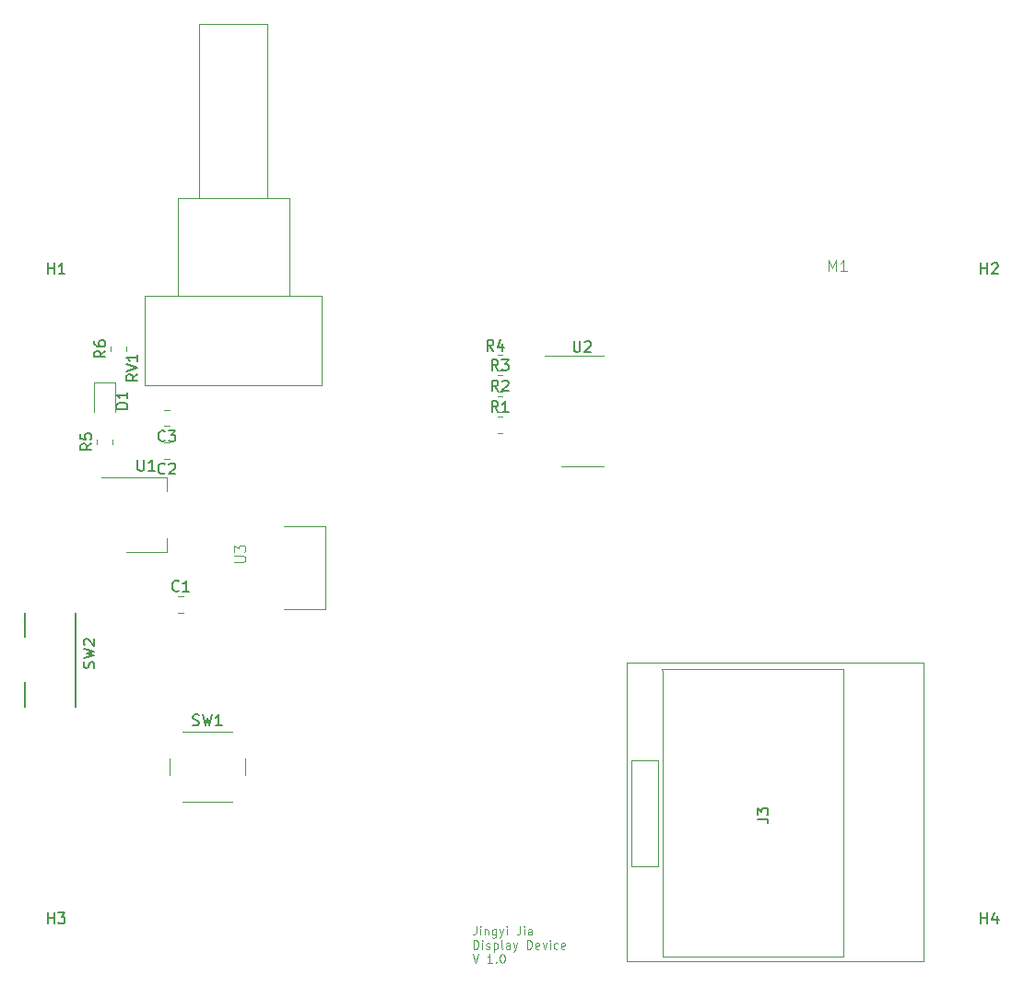
<source format=gbr>
%TF.GenerationSoftware,KiCad,Pcbnew,8.0.0-rc1-67-g7b24167398*%
%TF.CreationDate,2024-01-29T15:53:44-08:00*%
%TF.ProjectId,test,74657374-2e6b-4696-9361-645f70636258,rev?*%
%TF.SameCoordinates,Original*%
%TF.FileFunction,Legend,Top*%
%TF.FilePolarity,Positive*%
%FSLAX46Y46*%
G04 Gerber Fmt 4.6, Leading zero omitted, Abs format (unit mm)*
G04 Created by KiCad (PCBNEW 8.0.0-rc1-67-g7b24167398) date 2024-01-29 15:53:44*
%MOMM*%
%LPD*%
G01*
G04 APERTURE LIST*
%ADD10C,0.100000*%
%ADD11C,0.150000*%
%ADD12C,0.120000*%
G04 APERTURE END LIST*
D10*
X135104836Y-105740985D02*
X135104836Y-106312413D01*
X135104836Y-106312413D02*
X135066741Y-106426699D01*
X135066741Y-106426699D02*
X134990550Y-106502890D01*
X134990550Y-106502890D02*
X134876265Y-106540985D01*
X134876265Y-106540985D02*
X134800074Y-106540985D01*
X135485789Y-106540985D02*
X135485789Y-106007651D01*
X135485789Y-105740985D02*
X135447693Y-105779080D01*
X135447693Y-105779080D02*
X135485789Y-105817175D01*
X135485789Y-105817175D02*
X135523884Y-105779080D01*
X135523884Y-105779080D02*
X135485789Y-105740985D01*
X135485789Y-105740985D02*
X135485789Y-105817175D01*
X135866741Y-106007651D02*
X135866741Y-106540985D01*
X135866741Y-106083842D02*
X135904836Y-106045747D01*
X135904836Y-106045747D02*
X135981026Y-106007651D01*
X135981026Y-106007651D02*
X136095312Y-106007651D01*
X136095312Y-106007651D02*
X136171503Y-106045747D01*
X136171503Y-106045747D02*
X136209598Y-106121937D01*
X136209598Y-106121937D02*
X136209598Y-106540985D01*
X136933408Y-106007651D02*
X136933408Y-106655270D01*
X136933408Y-106655270D02*
X136895313Y-106731461D01*
X136895313Y-106731461D02*
X136857217Y-106769556D01*
X136857217Y-106769556D02*
X136781027Y-106807651D01*
X136781027Y-106807651D02*
X136666741Y-106807651D01*
X136666741Y-106807651D02*
X136590551Y-106769556D01*
X136933408Y-106502890D02*
X136857217Y-106540985D01*
X136857217Y-106540985D02*
X136704836Y-106540985D01*
X136704836Y-106540985D02*
X136628646Y-106502890D01*
X136628646Y-106502890D02*
X136590551Y-106464794D01*
X136590551Y-106464794D02*
X136552455Y-106388604D01*
X136552455Y-106388604D02*
X136552455Y-106160032D01*
X136552455Y-106160032D02*
X136590551Y-106083842D01*
X136590551Y-106083842D02*
X136628646Y-106045747D01*
X136628646Y-106045747D02*
X136704836Y-106007651D01*
X136704836Y-106007651D02*
X136857217Y-106007651D01*
X136857217Y-106007651D02*
X136933408Y-106045747D01*
X137238170Y-106007651D02*
X137428646Y-106540985D01*
X137619123Y-106007651D02*
X137428646Y-106540985D01*
X137428646Y-106540985D02*
X137352456Y-106731461D01*
X137352456Y-106731461D02*
X137314361Y-106769556D01*
X137314361Y-106769556D02*
X137238170Y-106807651D01*
X137923885Y-106540985D02*
X137923885Y-106007651D01*
X137923885Y-105740985D02*
X137885789Y-105779080D01*
X137885789Y-105779080D02*
X137923885Y-105817175D01*
X137923885Y-105817175D02*
X137961980Y-105779080D01*
X137961980Y-105779080D02*
X137923885Y-105740985D01*
X137923885Y-105740985D02*
X137923885Y-105817175D01*
X139142932Y-105740985D02*
X139142932Y-106312413D01*
X139142932Y-106312413D02*
X139104837Y-106426699D01*
X139104837Y-106426699D02*
X139028646Y-106502890D01*
X139028646Y-106502890D02*
X138914361Y-106540985D01*
X138914361Y-106540985D02*
X138838170Y-106540985D01*
X139523885Y-106540985D02*
X139523885Y-106007651D01*
X139523885Y-105740985D02*
X139485789Y-105779080D01*
X139485789Y-105779080D02*
X139523885Y-105817175D01*
X139523885Y-105817175D02*
X139561980Y-105779080D01*
X139561980Y-105779080D02*
X139523885Y-105740985D01*
X139523885Y-105740985D02*
X139523885Y-105817175D01*
X140247694Y-106540985D02*
X140247694Y-106121937D01*
X140247694Y-106121937D02*
X140209599Y-106045747D01*
X140209599Y-106045747D02*
X140133408Y-106007651D01*
X140133408Y-106007651D02*
X139981027Y-106007651D01*
X139981027Y-106007651D02*
X139904837Y-106045747D01*
X140247694Y-106502890D02*
X140171503Y-106540985D01*
X140171503Y-106540985D02*
X139981027Y-106540985D01*
X139981027Y-106540985D02*
X139904837Y-106502890D01*
X139904837Y-106502890D02*
X139866741Y-106426699D01*
X139866741Y-106426699D02*
X139866741Y-106350509D01*
X139866741Y-106350509D02*
X139904837Y-106274318D01*
X139904837Y-106274318D02*
X139981027Y-106236223D01*
X139981027Y-106236223D02*
X140171503Y-106236223D01*
X140171503Y-106236223D02*
X140247694Y-106198128D01*
X134876265Y-107828940D02*
X134876265Y-107028940D01*
X134876265Y-107028940D02*
X135066741Y-107028940D01*
X135066741Y-107028940D02*
X135181027Y-107067035D01*
X135181027Y-107067035D02*
X135257217Y-107143225D01*
X135257217Y-107143225D02*
X135295312Y-107219416D01*
X135295312Y-107219416D02*
X135333408Y-107371797D01*
X135333408Y-107371797D02*
X135333408Y-107486083D01*
X135333408Y-107486083D02*
X135295312Y-107638464D01*
X135295312Y-107638464D02*
X135257217Y-107714654D01*
X135257217Y-107714654D02*
X135181027Y-107790845D01*
X135181027Y-107790845D02*
X135066741Y-107828940D01*
X135066741Y-107828940D02*
X134876265Y-107828940D01*
X135676265Y-107828940D02*
X135676265Y-107295606D01*
X135676265Y-107028940D02*
X135638169Y-107067035D01*
X135638169Y-107067035D02*
X135676265Y-107105130D01*
X135676265Y-107105130D02*
X135714360Y-107067035D01*
X135714360Y-107067035D02*
X135676265Y-107028940D01*
X135676265Y-107028940D02*
X135676265Y-107105130D01*
X136019121Y-107790845D02*
X136095312Y-107828940D01*
X136095312Y-107828940D02*
X136247693Y-107828940D01*
X136247693Y-107828940D02*
X136323883Y-107790845D01*
X136323883Y-107790845D02*
X136361979Y-107714654D01*
X136361979Y-107714654D02*
X136361979Y-107676559D01*
X136361979Y-107676559D02*
X136323883Y-107600368D01*
X136323883Y-107600368D02*
X136247693Y-107562273D01*
X136247693Y-107562273D02*
X136133407Y-107562273D01*
X136133407Y-107562273D02*
X136057217Y-107524178D01*
X136057217Y-107524178D02*
X136019121Y-107447987D01*
X136019121Y-107447987D02*
X136019121Y-107409892D01*
X136019121Y-107409892D02*
X136057217Y-107333702D01*
X136057217Y-107333702D02*
X136133407Y-107295606D01*
X136133407Y-107295606D02*
X136247693Y-107295606D01*
X136247693Y-107295606D02*
X136323883Y-107333702D01*
X136704836Y-107295606D02*
X136704836Y-108095606D01*
X136704836Y-107333702D02*
X136781026Y-107295606D01*
X136781026Y-107295606D02*
X136933407Y-107295606D01*
X136933407Y-107295606D02*
X137009598Y-107333702D01*
X137009598Y-107333702D02*
X137047693Y-107371797D01*
X137047693Y-107371797D02*
X137085788Y-107447987D01*
X137085788Y-107447987D02*
X137085788Y-107676559D01*
X137085788Y-107676559D02*
X137047693Y-107752749D01*
X137047693Y-107752749D02*
X137009598Y-107790845D01*
X137009598Y-107790845D02*
X136933407Y-107828940D01*
X136933407Y-107828940D02*
X136781026Y-107828940D01*
X136781026Y-107828940D02*
X136704836Y-107790845D01*
X137542931Y-107828940D02*
X137466741Y-107790845D01*
X137466741Y-107790845D02*
X137428646Y-107714654D01*
X137428646Y-107714654D02*
X137428646Y-107028940D01*
X138190551Y-107828940D02*
X138190551Y-107409892D01*
X138190551Y-107409892D02*
X138152456Y-107333702D01*
X138152456Y-107333702D02*
X138076265Y-107295606D01*
X138076265Y-107295606D02*
X137923884Y-107295606D01*
X137923884Y-107295606D02*
X137847694Y-107333702D01*
X138190551Y-107790845D02*
X138114360Y-107828940D01*
X138114360Y-107828940D02*
X137923884Y-107828940D01*
X137923884Y-107828940D02*
X137847694Y-107790845D01*
X137847694Y-107790845D02*
X137809598Y-107714654D01*
X137809598Y-107714654D02*
X137809598Y-107638464D01*
X137809598Y-107638464D02*
X137847694Y-107562273D01*
X137847694Y-107562273D02*
X137923884Y-107524178D01*
X137923884Y-107524178D02*
X138114360Y-107524178D01*
X138114360Y-107524178D02*
X138190551Y-107486083D01*
X138495313Y-107295606D02*
X138685789Y-107828940D01*
X138876266Y-107295606D02*
X138685789Y-107828940D01*
X138685789Y-107828940D02*
X138609599Y-108019416D01*
X138609599Y-108019416D02*
X138571504Y-108057511D01*
X138571504Y-108057511D02*
X138495313Y-108095606D01*
X139790552Y-107828940D02*
X139790552Y-107028940D01*
X139790552Y-107028940D02*
X139981028Y-107028940D01*
X139981028Y-107028940D02*
X140095314Y-107067035D01*
X140095314Y-107067035D02*
X140171504Y-107143225D01*
X140171504Y-107143225D02*
X140209599Y-107219416D01*
X140209599Y-107219416D02*
X140247695Y-107371797D01*
X140247695Y-107371797D02*
X140247695Y-107486083D01*
X140247695Y-107486083D02*
X140209599Y-107638464D01*
X140209599Y-107638464D02*
X140171504Y-107714654D01*
X140171504Y-107714654D02*
X140095314Y-107790845D01*
X140095314Y-107790845D02*
X139981028Y-107828940D01*
X139981028Y-107828940D02*
X139790552Y-107828940D01*
X140895314Y-107790845D02*
X140819123Y-107828940D01*
X140819123Y-107828940D02*
X140666742Y-107828940D01*
X140666742Y-107828940D02*
X140590552Y-107790845D01*
X140590552Y-107790845D02*
X140552456Y-107714654D01*
X140552456Y-107714654D02*
X140552456Y-107409892D01*
X140552456Y-107409892D02*
X140590552Y-107333702D01*
X140590552Y-107333702D02*
X140666742Y-107295606D01*
X140666742Y-107295606D02*
X140819123Y-107295606D01*
X140819123Y-107295606D02*
X140895314Y-107333702D01*
X140895314Y-107333702D02*
X140933409Y-107409892D01*
X140933409Y-107409892D02*
X140933409Y-107486083D01*
X140933409Y-107486083D02*
X140552456Y-107562273D01*
X141200075Y-107295606D02*
X141390551Y-107828940D01*
X141390551Y-107828940D02*
X141581028Y-107295606D01*
X141885790Y-107828940D02*
X141885790Y-107295606D01*
X141885790Y-107028940D02*
X141847694Y-107067035D01*
X141847694Y-107067035D02*
X141885790Y-107105130D01*
X141885790Y-107105130D02*
X141923885Y-107067035D01*
X141923885Y-107067035D02*
X141885790Y-107028940D01*
X141885790Y-107028940D02*
X141885790Y-107105130D01*
X142609599Y-107790845D02*
X142533408Y-107828940D01*
X142533408Y-107828940D02*
X142381027Y-107828940D01*
X142381027Y-107828940D02*
X142304837Y-107790845D01*
X142304837Y-107790845D02*
X142266742Y-107752749D01*
X142266742Y-107752749D02*
X142228646Y-107676559D01*
X142228646Y-107676559D02*
X142228646Y-107447987D01*
X142228646Y-107447987D02*
X142266742Y-107371797D01*
X142266742Y-107371797D02*
X142304837Y-107333702D01*
X142304837Y-107333702D02*
X142381027Y-107295606D01*
X142381027Y-107295606D02*
X142533408Y-107295606D01*
X142533408Y-107295606D02*
X142609599Y-107333702D01*
X143257218Y-107790845D02*
X143181027Y-107828940D01*
X143181027Y-107828940D02*
X143028646Y-107828940D01*
X143028646Y-107828940D02*
X142952456Y-107790845D01*
X142952456Y-107790845D02*
X142914360Y-107714654D01*
X142914360Y-107714654D02*
X142914360Y-107409892D01*
X142914360Y-107409892D02*
X142952456Y-107333702D01*
X142952456Y-107333702D02*
X143028646Y-107295606D01*
X143028646Y-107295606D02*
X143181027Y-107295606D01*
X143181027Y-107295606D02*
X143257218Y-107333702D01*
X143257218Y-107333702D02*
X143295313Y-107409892D01*
X143295313Y-107409892D02*
X143295313Y-107486083D01*
X143295313Y-107486083D02*
X142914360Y-107562273D01*
X134761979Y-108316895D02*
X135028646Y-109116895D01*
X135028646Y-109116895D02*
X135295312Y-108316895D01*
X136590550Y-109116895D02*
X136133407Y-109116895D01*
X136361979Y-109116895D02*
X136361979Y-108316895D01*
X136361979Y-108316895D02*
X136285788Y-108431180D01*
X136285788Y-108431180D02*
X136209598Y-108507371D01*
X136209598Y-108507371D02*
X136133407Y-108545466D01*
X136933408Y-109040704D02*
X136971503Y-109078800D01*
X136971503Y-109078800D02*
X136933408Y-109116895D01*
X136933408Y-109116895D02*
X136895312Y-109078800D01*
X136895312Y-109078800D02*
X136933408Y-109040704D01*
X136933408Y-109040704D02*
X136933408Y-109116895D01*
X137466741Y-108316895D02*
X137542931Y-108316895D01*
X137542931Y-108316895D02*
X137619122Y-108354990D01*
X137619122Y-108354990D02*
X137657217Y-108393085D01*
X137657217Y-108393085D02*
X137695312Y-108469276D01*
X137695312Y-108469276D02*
X137733407Y-108621657D01*
X137733407Y-108621657D02*
X137733407Y-108812133D01*
X137733407Y-108812133D02*
X137695312Y-108964514D01*
X137695312Y-108964514D02*
X137657217Y-109040704D01*
X137657217Y-109040704D02*
X137619122Y-109078800D01*
X137619122Y-109078800D02*
X137542931Y-109116895D01*
X137542931Y-109116895D02*
X137466741Y-109116895D01*
X137466741Y-109116895D02*
X137390550Y-109078800D01*
X137390550Y-109078800D02*
X137352455Y-109040704D01*
X137352455Y-109040704D02*
X137314360Y-108964514D01*
X137314360Y-108964514D02*
X137276264Y-108812133D01*
X137276264Y-108812133D02*
X137276264Y-108621657D01*
X137276264Y-108621657D02*
X137314360Y-108469276D01*
X137314360Y-108469276D02*
X137352455Y-108393085D01*
X137352455Y-108393085D02*
X137390550Y-108354990D01*
X137390550Y-108354990D02*
X137466741Y-108316895D01*
D11*
X181483095Y-105504819D02*
X181483095Y-104504819D01*
X181483095Y-104981009D02*
X182054523Y-104981009D01*
X182054523Y-105504819D02*
X182054523Y-104504819D01*
X182959285Y-104838152D02*
X182959285Y-105504819D01*
X182721190Y-104457200D02*
X182483095Y-105171485D01*
X182483095Y-105171485D02*
X183102142Y-105171485D01*
X181483095Y-45814819D02*
X181483095Y-44814819D01*
X181483095Y-45291009D02*
X182054523Y-45291009D01*
X182054523Y-45814819D02*
X182054523Y-44814819D01*
X182483095Y-44910057D02*
X182530714Y-44862438D01*
X182530714Y-44862438D02*
X182625952Y-44814819D01*
X182625952Y-44814819D02*
X182864047Y-44814819D01*
X182864047Y-44814819D02*
X182959285Y-44862438D01*
X182959285Y-44862438D02*
X183006904Y-44910057D01*
X183006904Y-44910057D02*
X183054523Y-45005295D01*
X183054523Y-45005295D02*
X183054523Y-45100533D01*
X183054523Y-45100533D02*
X183006904Y-45243390D01*
X183006904Y-45243390D02*
X182435476Y-45814819D01*
X182435476Y-45814819D02*
X183054523Y-45814819D01*
X103069819Y-58205594D02*
X102069819Y-58205594D01*
X102069819Y-58205594D02*
X102069819Y-57967499D01*
X102069819Y-57967499D02*
X102117438Y-57824642D01*
X102117438Y-57824642D02*
X102212676Y-57729404D01*
X102212676Y-57729404D02*
X102307914Y-57681785D01*
X102307914Y-57681785D02*
X102498390Y-57634166D01*
X102498390Y-57634166D02*
X102641247Y-57634166D01*
X102641247Y-57634166D02*
X102831723Y-57681785D01*
X102831723Y-57681785D02*
X102926961Y-57729404D01*
X102926961Y-57729404D02*
X103022200Y-57824642D01*
X103022200Y-57824642D02*
X103069819Y-57967499D01*
X103069819Y-57967499D02*
X103069819Y-58205594D01*
X103069819Y-56681785D02*
X103069819Y-57253213D01*
X103069819Y-56967499D02*
X102069819Y-56967499D01*
X102069819Y-56967499D02*
X102212676Y-57062737D01*
X102212676Y-57062737D02*
X102307914Y-57157975D01*
X102307914Y-57157975D02*
X102355533Y-57253213D01*
D10*
X167465476Y-45542419D02*
X167465476Y-44542419D01*
X167465476Y-44542419D02*
X167798809Y-45256704D01*
X167798809Y-45256704D02*
X168132142Y-44542419D01*
X168132142Y-44542419D02*
X168132142Y-45542419D01*
X169132142Y-45542419D02*
X168560714Y-45542419D01*
X168846428Y-45542419D02*
X168846428Y-44542419D01*
X168846428Y-44542419D02*
X168751190Y-44685276D01*
X168751190Y-44685276D02*
X168655952Y-44780514D01*
X168655952Y-44780514D02*
X168560714Y-44828133D01*
D11*
X101039819Y-52871666D02*
X100563628Y-53204999D01*
X101039819Y-53443094D02*
X100039819Y-53443094D01*
X100039819Y-53443094D02*
X100039819Y-53062142D01*
X100039819Y-53062142D02*
X100087438Y-52966904D01*
X100087438Y-52966904D02*
X100135057Y-52919285D01*
X100135057Y-52919285D02*
X100230295Y-52871666D01*
X100230295Y-52871666D02*
X100373152Y-52871666D01*
X100373152Y-52871666D02*
X100468390Y-52919285D01*
X100468390Y-52919285D02*
X100516009Y-52966904D01*
X100516009Y-52966904D02*
X100563628Y-53062142D01*
X100563628Y-53062142D02*
X100563628Y-53443094D01*
X100039819Y-52014523D02*
X100039819Y-52204999D01*
X100039819Y-52204999D02*
X100087438Y-52300237D01*
X100087438Y-52300237D02*
X100135057Y-52347856D01*
X100135057Y-52347856D02*
X100277914Y-52443094D01*
X100277914Y-52443094D02*
X100468390Y-52490713D01*
X100468390Y-52490713D02*
X100849342Y-52490713D01*
X100849342Y-52490713D02*
X100944580Y-52443094D01*
X100944580Y-52443094D02*
X100992200Y-52395475D01*
X100992200Y-52395475D02*
X101039819Y-52300237D01*
X101039819Y-52300237D02*
X101039819Y-52109761D01*
X101039819Y-52109761D02*
X100992200Y-52014523D01*
X100992200Y-52014523D02*
X100944580Y-51966904D01*
X100944580Y-51966904D02*
X100849342Y-51919285D01*
X100849342Y-51919285D02*
X100611247Y-51919285D01*
X100611247Y-51919285D02*
X100516009Y-51966904D01*
X100516009Y-51966904D02*
X100468390Y-52014523D01*
X100468390Y-52014523D02*
X100420771Y-52109761D01*
X100420771Y-52109761D02*
X100420771Y-52300237D01*
X100420771Y-52300237D02*
X100468390Y-52395475D01*
X100468390Y-52395475D02*
X100516009Y-52443094D01*
X100516009Y-52443094D02*
X100611247Y-52490713D01*
X136693333Y-52869819D02*
X136360000Y-52393628D01*
X136121905Y-52869819D02*
X136121905Y-51869819D01*
X136121905Y-51869819D02*
X136502857Y-51869819D01*
X136502857Y-51869819D02*
X136598095Y-51917438D01*
X136598095Y-51917438D02*
X136645714Y-51965057D01*
X136645714Y-51965057D02*
X136693333Y-52060295D01*
X136693333Y-52060295D02*
X136693333Y-52203152D01*
X136693333Y-52203152D02*
X136645714Y-52298390D01*
X136645714Y-52298390D02*
X136598095Y-52346009D01*
X136598095Y-52346009D02*
X136502857Y-52393628D01*
X136502857Y-52393628D02*
X136121905Y-52393628D01*
X137550476Y-52203152D02*
X137550476Y-52869819D01*
X137312381Y-51822200D02*
X137074286Y-52536485D01*
X137074286Y-52536485D02*
X137693333Y-52536485D01*
X99769819Y-61404166D02*
X99293628Y-61737499D01*
X99769819Y-61975594D02*
X98769819Y-61975594D01*
X98769819Y-61975594D02*
X98769819Y-61594642D01*
X98769819Y-61594642D02*
X98817438Y-61499404D01*
X98817438Y-61499404D02*
X98865057Y-61451785D01*
X98865057Y-61451785D02*
X98960295Y-61404166D01*
X98960295Y-61404166D02*
X99103152Y-61404166D01*
X99103152Y-61404166D02*
X99198390Y-61451785D01*
X99198390Y-61451785D02*
X99246009Y-61499404D01*
X99246009Y-61499404D02*
X99293628Y-61594642D01*
X99293628Y-61594642D02*
X99293628Y-61975594D01*
X98769819Y-60499404D02*
X98769819Y-60975594D01*
X98769819Y-60975594D02*
X99246009Y-61023213D01*
X99246009Y-61023213D02*
X99198390Y-60975594D01*
X99198390Y-60975594D02*
X99150771Y-60880356D01*
X99150771Y-60880356D02*
X99150771Y-60642261D01*
X99150771Y-60642261D02*
X99198390Y-60547023D01*
X99198390Y-60547023D02*
X99246009Y-60499404D01*
X99246009Y-60499404D02*
X99341247Y-60451785D01*
X99341247Y-60451785D02*
X99579342Y-60451785D01*
X99579342Y-60451785D02*
X99674580Y-60499404D01*
X99674580Y-60499404D02*
X99722200Y-60547023D01*
X99722200Y-60547023D02*
X99769819Y-60642261D01*
X99769819Y-60642261D02*
X99769819Y-60880356D01*
X99769819Y-60880356D02*
X99722200Y-60975594D01*
X99722200Y-60975594D02*
X99674580Y-61023213D01*
X106513333Y-64104580D02*
X106465714Y-64152200D01*
X106465714Y-64152200D02*
X106322857Y-64199819D01*
X106322857Y-64199819D02*
X106227619Y-64199819D01*
X106227619Y-64199819D02*
X106084762Y-64152200D01*
X106084762Y-64152200D02*
X105989524Y-64056961D01*
X105989524Y-64056961D02*
X105941905Y-63961723D01*
X105941905Y-63961723D02*
X105894286Y-63771247D01*
X105894286Y-63771247D02*
X105894286Y-63628390D01*
X105894286Y-63628390D02*
X105941905Y-63437914D01*
X105941905Y-63437914D02*
X105989524Y-63342676D01*
X105989524Y-63342676D02*
X106084762Y-63247438D01*
X106084762Y-63247438D02*
X106227619Y-63199819D01*
X106227619Y-63199819D02*
X106322857Y-63199819D01*
X106322857Y-63199819D02*
X106465714Y-63247438D01*
X106465714Y-63247438D02*
X106513333Y-63295057D01*
X106894286Y-63295057D02*
X106941905Y-63247438D01*
X106941905Y-63247438D02*
X107037143Y-63199819D01*
X107037143Y-63199819D02*
X107275238Y-63199819D01*
X107275238Y-63199819D02*
X107370476Y-63247438D01*
X107370476Y-63247438D02*
X107418095Y-63295057D01*
X107418095Y-63295057D02*
X107465714Y-63390295D01*
X107465714Y-63390295D02*
X107465714Y-63485533D01*
X107465714Y-63485533D02*
X107418095Y-63628390D01*
X107418095Y-63628390D02*
X106846667Y-64199819D01*
X106846667Y-64199819D02*
X107465714Y-64199819D01*
X95758095Y-105504819D02*
X95758095Y-104504819D01*
X95758095Y-104981009D02*
X96329523Y-104981009D01*
X96329523Y-105504819D02*
X96329523Y-104504819D01*
X96710476Y-104504819D02*
X97329523Y-104504819D01*
X97329523Y-104504819D02*
X96996190Y-104885771D01*
X96996190Y-104885771D02*
X97139047Y-104885771D01*
X97139047Y-104885771D02*
X97234285Y-104933390D01*
X97234285Y-104933390D02*
X97281904Y-104981009D01*
X97281904Y-104981009D02*
X97329523Y-105076247D01*
X97329523Y-105076247D02*
X97329523Y-105314342D01*
X97329523Y-105314342D02*
X97281904Y-105409580D01*
X97281904Y-105409580D02*
X97234285Y-105457200D01*
X97234285Y-105457200D02*
X97139047Y-105504819D01*
X97139047Y-105504819D02*
X96853333Y-105504819D01*
X96853333Y-105504819D02*
X96758095Y-105457200D01*
X96758095Y-105457200D02*
X96710476Y-105409580D01*
X144083095Y-51974819D02*
X144083095Y-52784342D01*
X144083095Y-52784342D02*
X144130714Y-52879580D01*
X144130714Y-52879580D02*
X144178333Y-52927200D01*
X144178333Y-52927200D02*
X144273571Y-52974819D01*
X144273571Y-52974819D02*
X144464047Y-52974819D01*
X144464047Y-52974819D02*
X144559285Y-52927200D01*
X144559285Y-52927200D02*
X144606904Y-52879580D01*
X144606904Y-52879580D02*
X144654523Y-52784342D01*
X144654523Y-52784342D02*
X144654523Y-51974819D01*
X145083095Y-52070057D02*
X145130714Y-52022438D01*
X145130714Y-52022438D02*
X145225952Y-51974819D01*
X145225952Y-51974819D02*
X145464047Y-51974819D01*
X145464047Y-51974819D02*
X145559285Y-52022438D01*
X145559285Y-52022438D02*
X145606904Y-52070057D01*
X145606904Y-52070057D02*
X145654523Y-52165295D01*
X145654523Y-52165295D02*
X145654523Y-52260533D01*
X145654523Y-52260533D02*
X145606904Y-52403390D01*
X145606904Y-52403390D02*
X145035476Y-52974819D01*
X145035476Y-52974819D02*
X145654523Y-52974819D01*
X137123333Y-58494819D02*
X136790000Y-58018628D01*
X136551905Y-58494819D02*
X136551905Y-57494819D01*
X136551905Y-57494819D02*
X136932857Y-57494819D01*
X136932857Y-57494819D02*
X137028095Y-57542438D01*
X137028095Y-57542438D02*
X137075714Y-57590057D01*
X137075714Y-57590057D02*
X137123333Y-57685295D01*
X137123333Y-57685295D02*
X137123333Y-57828152D01*
X137123333Y-57828152D02*
X137075714Y-57923390D01*
X137075714Y-57923390D02*
X137028095Y-57971009D01*
X137028095Y-57971009D02*
X136932857Y-58018628D01*
X136932857Y-58018628D02*
X136551905Y-58018628D01*
X138075714Y-58494819D02*
X137504286Y-58494819D01*
X137790000Y-58494819D02*
X137790000Y-57494819D01*
X137790000Y-57494819D02*
X137694762Y-57637676D01*
X137694762Y-57637676D02*
X137599524Y-57732914D01*
X137599524Y-57732914D02*
X137504286Y-57780533D01*
X109081667Y-87252200D02*
X109224524Y-87299819D01*
X109224524Y-87299819D02*
X109462619Y-87299819D01*
X109462619Y-87299819D02*
X109557857Y-87252200D01*
X109557857Y-87252200D02*
X109605476Y-87204580D01*
X109605476Y-87204580D02*
X109653095Y-87109342D01*
X109653095Y-87109342D02*
X109653095Y-87014104D01*
X109653095Y-87014104D02*
X109605476Y-86918866D01*
X109605476Y-86918866D02*
X109557857Y-86871247D01*
X109557857Y-86871247D02*
X109462619Y-86823628D01*
X109462619Y-86823628D02*
X109272143Y-86776009D01*
X109272143Y-86776009D02*
X109176905Y-86728390D01*
X109176905Y-86728390D02*
X109129286Y-86680771D01*
X109129286Y-86680771D02*
X109081667Y-86585533D01*
X109081667Y-86585533D02*
X109081667Y-86490295D01*
X109081667Y-86490295D02*
X109129286Y-86395057D01*
X109129286Y-86395057D02*
X109176905Y-86347438D01*
X109176905Y-86347438D02*
X109272143Y-86299819D01*
X109272143Y-86299819D02*
X109510238Y-86299819D01*
X109510238Y-86299819D02*
X109653095Y-86347438D01*
X109986429Y-86299819D02*
X110224524Y-87299819D01*
X110224524Y-87299819D02*
X110415000Y-86585533D01*
X110415000Y-86585533D02*
X110605476Y-87299819D01*
X110605476Y-87299819D02*
X110843572Y-86299819D01*
X111748333Y-87299819D02*
X111176905Y-87299819D01*
X111462619Y-87299819D02*
X111462619Y-86299819D01*
X111462619Y-86299819D02*
X111367381Y-86442676D01*
X111367381Y-86442676D02*
X111272143Y-86537914D01*
X111272143Y-86537914D02*
X111176905Y-86585533D01*
X160918819Y-95883333D02*
X161633104Y-95883333D01*
X161633104Y-95883333D02*
X161775961Y-95930952D01*
X161775961Y-95930952D02*
X161871200Y-96026190D01*
X161871200Y-96026190D02*
X161918819Y-96169047D01*
X161918819Y-96169047D02*
X161918819Y-96264285D01*
X160918819Y-95502380D02*
X160918819Y-94883333D01*
X160918819Y-94883333D02*
X161299771Y-95216666D01*
X161299771Y-95216666D02*
X161299771Y-95073809D01*
X161299771Y-95073809D02*
X161347390Y-94978571D01*
X161347390Y-94978571D02*
X161395009Y-94930952D01*
X161395009Y-94930952D02*
X161490247Y-94883333D01*
X161490247Y-94883333D02*
X161728342Y-94883333D01*
X161728342Y-94883333D02*
X161823580Y-94930952D01*
X161823580Y-94930952D02*
X161871200Y-94978571D01*
X161871200Y-94978571D02*
X161918819Y-95073809D01*
X161918819Y-95073809D02*
X161918819Y-95359523D01*
X161918819Y-95359523D02*
X161871200Y-95454761D01*
X161871200Y-95454761D02*
X161823580Y-95502380D01*
X137123333Y-56589819D02*
X136790000Y-56113628D01*
X136551905Y-56589819D02*
X136551905Y-55589819D01*
X136551905Y-55589819D02*
X136932857Y-55589819D01*
X136932857Y-55589819D02*
X137028095Y-55637438D01*
X137028095Y-55637438D02*
X137075714Y-55685057D01*
X137075714Y-55685057D02*
X137123333Y-55780295D01*
X137123333Y-55780295D02*
X137123333Y-55923152D01*
X137123333Y-55923152D02*
X137075714Y-56018390D01*
X137075714Y-56018390D02*
X137028095Y-56066009D01*
X137028095Y-56066009D02*
X136932857Y-56113628D01*
X136932857Y-56113628D02*
X136551905Y-56113628D01*
X137504286Y-55685057D02*
X137551905Y-55637438D01*
X137551905Y-55637438D02*
X137647143Y-55589819D01*
X137647143Y-55589819D02*
X137885238Y-55589819D01*
X137885238Y-55589819D02*
X137980476Y-55637438D01*
X137980476Y-55637438D02*
X138028095Y-55685057D01*
X138028095Y-55685057D02*
X138075714Y-55780295D01*
X138075714Y-55780295D02*
X138075714Y-55875533D01*
X138075714Y-55875533D02*
X138028095Y-56018390D01*
X138028095Y-56018390D02*
X137456667Y-56589819D01*
X137456667Y-56589819D02*
X138075714Y-56589819D01*
X99987200Y-82013332D02*
X100034819Y-81870475D01*
X100034819Y-81870475D02*
X100034819Y-81632380D01*
X100034819Y-81632380D02*
X99987200Y-81537142D01*
X99987200Y-81537142D02*
X99939580Y-81489523D01*
X99939580Y-81489523D02*
X99844342Y-81441904D01*
X99844342Y-81441904D02*
X99749104Y-81441904D01*
X99749104Y-81441904D02*
X99653866Y-81489523D01*
X99653866Y-81489523D02*
X99606247Y-81537142D01*
X99606247Y-81537142D02*
X99558628Y-81632380D01*
X99558628Y-81632380D02*
X99511009Y-81822856D01*
X99511009Y-81822856D02*
X99463390Y-81918094D01*
X99463390Y-81918094D02*
X99415771Y-81965713D01*
X99415771Y-81965713D02*
X99320533Y-82013332D01*
X99320533Y-82013332D02*
X99225295Y-82013332D01*
X99225295Y-82013332D02*
X99130057Y-81965713D01*
X99130057Y-81965713D02*
X99082438Y-81918094D01*
X99082438Y-81918094D02*
X99034819Y-81822856D01*
X99034819Y-81822856D02*
X99034819Y-81584761D01*
X99034819Y-81584761D02*
X99082438Y-81441904D01*
X99034819Y-81108570D02*
X100034819Y-80870475D01*
X100034819Y-80870475D02*
X99320533Y-80679999D01*
X99320533Y-80679999D02*
X100034819Y-80489523D01*
X100034819Y-80489523D02*
X99034819Y-80251428D01*
X99130057Y-79918094D02*
X99082438Y-79870475D01*
X99082438Y-79870475D02*
X99034819Y-79775237D01*
X99034819Y-79775237D02*
X99034819Y-79537142D01*
X99034819Y-79537142D02*
X99082438Y-79441904D01*
X99082438Y-79441904D02*
X99130057Y-79394285D01*
X99130057Y-79394285D02*
X99225295Y-79346666D01*
X99225295Y-79346666D02*
X99320533Y-79346666D01*
X99320533Y-79346666D02*
X99463390Y-79394285D01*
X99463390Y-79394285D02*
X100034819Y-79965713D01*
X100034819Y-79965713D02*
X100034819Y-79346666D01*
X104013095Y-62899819D02*
X104013095Y-63709342D01*
X104013095Y-63709342D02*
X104060714Y-63804580D01*
X104060714Y-63804580D02*
X104108333Y-63852200D01*
X104108333Y-63852200D02*
X104203571Y-63899819D01*
X104203571Y-63899819D02*
X104394047Y-63899819D01*
X104394047Y-63899819D02*
X104489285Y-63852200D01*
X104489285Y-63852200D02*
X104536904Y-63804580D01*
X104536904Y-63804580D02*
X104584523Y-63709342D01*
X104584523Y-63709342D02*
X104584523Y-62899819D01*
X105584523Y-63899819D02*
X105013095Y-63899819D01*
X105298809Y-63899819D02*
X105298809Y-62899819D01*
X105298809Y-62899819D02*
X105203571Y-63042676D01*
X105203571Y-63042676D02*
X105108333Y-63137914D01*
X105108333Y-63137914D02*
X105013095Y-63185533D01*
X103994819Y-55045238D02*
X103518628Y-55378571D01*
X103994819Y-55616666D02*
X102994819Y-55616666D01*
X102994819Y-55616666D02*
X102994819Y-55235714D01*
X102994819Y-55235714D02*
X103042438Y-55140476D01*
X103042438Y-55140476D02*
X103090057Y-55092857D01*
X103090057Y-55092857D02*
X103185295Y-55045238D01*
X103185295Y-55045238D02*
X103328152Y-55045238D01*
X103328152Y-55045238D02*
X103423390Y-55092857D01*
X103423390Y-55092857D02*
X103471009Y-55140476D01*
X103471009Y-55140476D02*
X103518628Y-55235714D01*
X103518628Y-55235714D02*
X103518628Y-55616666D01*
X102994819Y-54759523D02*
X103994819Y-54426190D01*
X103994819Y-54426190D02*
X102994819Y-54092857D01*
X103994819Y-53235714D02*
X103994819Y-53807142D01*
X103994819Y-53521428D02*
X102994819Y-53521428D01*
X102994819Y-53521428D02*
X103137676Y-53616666D01*
X103137676Y-53616666D02*
X103232914Y-53711904D01*
X103232914Y-53711904D02*
X103280533Y-53807142D01*
D10*
X112892419Y-72301404D02*
X113701942Y-72301404D01*
X113701942Y-72301404D02*
X113797180Y-72253785D01*
X113797180Y-72253785D02*
X113844800Y-72206166D01*
X113844800Y-72206166D02*
X113892419Y-72110928D01*
X113892419Y-72110928D02*
X113892419Y-71920452D01*
X113892419Y-71920452D02*
X113844800Y-71825214D01*
X113844800Y-71825214D02*
X113797180Y-71777595D01*
X113797180Y-71777595D02*
X113701942Y-71729976D01*
X113701942Y-71729976D02*
X112892419Y-71729976D01*
X112892419Y-71349023D02*
X112892419Y-70729976D01*
X112892419Y-70729976D02*
X113273371Y-71063309D01*
X113273371Y-71063309D02*
X113273371Y-70920452D01*
X113273371Y-70920452D02*
X113320990Y-70825214D01*
X113320990Y-70825214D02*
X113368609Y-70777595D01*
X113368609Y-70777595D02*
X113463847Y-70729976D01*
X113463847Y-70729976D02*
X113701942Y-70729976D01*
X113701942Y-70729976D02*
X113797180Y-70777595D01*
X113797180Y-70777595D02*
X113844800Y-70825214D01*
X113844800Y-70825214D02*
X113892419Y-70920452D01*
X113892419Y-70920452D02*
X113892419Y-71206166D01*
X113892419Y-71206166D02*
X113844800Y-71301404D01*
X113844800Y-71301404D02*
X113797180Y-71349023D01*
D11*
X107783333Y-74879580D02*
X107735714Y-74927200D01*
X107735714Y-74927200D02*
X107592857Y-74974819D01*
X107592857Y-74974819D02*
X107497619Y-74974819D01*
X107497619Y-74974819D02*
X107354762Y-74927200D01*
X107354762Y-74927200D02*
X107259524Y-74831961D01*
X107259524Y-74831961D02*
X107211905Y-74736723D01*
X107211905Y-74736723D02*
X107164286Y-74546247D01*
X107164286Y-74546247D02*
X107164286Y-74403390D01*
X107164286Y-74403390D02*
X107211905Y-74212914D01*
X107211905Y-74212914D02*
X107259524Y-74117676D01*
X107259524Y-74117676D02*
X107354762Y-74022438D01*
X107354762Y-74022438D02*
X107497619Y-73974819D01*
X107497619Y-73974819D02*
X107592857Y-73974819D01*
X107592857Y-73974819D02*
X107735714Y-74022438D01*
X107735714Y-74022438D02*
X107783333Y-74070057D01*
X108735714Y-74974819D02*
X108164286Y-74974819D01*
X108450000Y-74974819D02*
X108450000Y-73974819D01*
X108450000Y-73974819D02*
X108354762Y-74117676D01*
X108354762Y-74117676D02*
X108259524Y-74212914D01*
X108259524Y-74212914D02*
X108164286Y-74260533D01*
X95758095Y-45814819D02*
X95758095Y-44814819D01*
X95758095Y-45291009D02*
X96329523Y-45291009D01*
X96329523Y-45814819D02*
X96329523Y-44814819D01*
X97329523Y-45814819D02*
X96758095Y-45814819D01*
X97043809Y-45814819D02*
X97043809Y-44814819D01*
X97043809Y-44814819D02*
X96948571Y-44957676D01*
X96948571Y-44957676D02*
X96853333Y-45052914D01*
X96853333Y-45052914D02*
X96758095Y-45100533D01*
X137123333Y-54684819D02*
X136790000Y-54208628D01*
X136551905Y-54684819D02*
X136551905Y-53684819D01*
X136551905Y-53684819D02*
X136932857Y-53684819D01*
X136932857Y-53684819D02*
X137028095Y-53732438D01*
X137028095Y-53732438D02*
X137075714Y-53780057D01*
X137075714Y-53780057D02*
X137123333Y-53875295D01*
X137123333Y-53875295D02*
X137123333Y-54018152D01*
X137123333Y-54018152D02*
X137075714Y-54113390D01*
X137075714Y-54113390D02*
X137028095Y-54161009D01*
X137028095Y-54161009D02*
X136932857Y-54208628D01*
X136932857Y-54208628D02*
X136551905Y-54208628D01*
X137456667Y-53684819D02*
X138075714Y-53684819D01*
X138075714Y-53684819D02*
X137742381Y-54065771D01*
X137742381Y-54065771D02*
X137885238Y-54065771D01*
X137885238Y-54065771D02*
X137980476Y-54113390D01*
X137980476Y-54113390D02*
X138028095Y-54161009D01*
X138028095Y-54161009D02*
X138075714Y-54256247D01*
X138075714Y-54256247D02*
X138075714Y-54494342D01*
X138075714Y-54494342D02*
X138028095Y-54589580D01*
X138028095Y-54589580D02*
X137980476Y-54637200D01*
X137980476Y-54637200D02*
X137885238Y-54684819D01*
X137885238Y-54684819D02*
X137599524Y-54684819D01*
X137599524Y-54684819D02*
X137504286Y-54637200D01*
X137504286Y-54637200D02*
X137456667Y-54589580D01*
X106513333Y-61094580D02*
X106465714Y-61142200D01*
X106465714Y-61142200D02*
X106322857Y-61189819D01*
X106322857Y-61189819D02*
X106227619Y-61189819D01*
X106227619Y-61189819D02*
X106084762Y-61142200D01*
X106084762Y-61142200D02*
X105989524Y-61046961D01*
X105989524Y-61046961D02*
X105941905Y-60951723D01*
X105941905Y-60951723D02*
X105894286Y-60761247D01*
X105894286Y-60761247D02*
X105894286Y-60618390D01*
X105894286Y-60618390D02*
X105941905Y-60427914D01*
X105941905Y-60427914D02*
X105989524Y-60332676D01*
X105989524Y-60332676D02*
X106084762Y-60237438D01*
X106084762Y-60237438D02*
X106227619Y-60189819D01*
X106227619Y-60189819D02*
X106322857Y-60189819D01*
X106322857Y-60189819D02*
X106465714Y-60237438D01*
X106465714Y-60237438D02*
X106513333Y-60285057D01*
X106846667Y-60189819D02*
X107465714Y-60189819D01*
X107465714Y-60189819D02*
X107132381Y-60570771D01*
X107132381Y-60570771D02*
X107275238Y-60570771D01*
X107275238Y-60570771D02*
X107370476Y-60618390D01*
X107370476Y-60618390D02*
X107418095Y-60666009D01*
X107418095Y-60666009D02*
X107465714Y-60761247D01*
X107465714Y-60761247D02*
X107465714Y-60999342D01*
X107465714Y-60999342D02*
X107418095Y-61094580D01*
X107418095Y-61094580D02*
X107370476Y-61142200D01*
X107370476Y-61142200D02*
X107275238Y-61189819D01*
X107275238Y-61189819D02*
X106989524Y-61189819D01*
X106989524Y-61189819D02*
X106894286Y-61142200D01*
X106894286Y-61142200D02*
X106846667Y-61094580D01*
D12*
%TO.C,D1*%
X100005000Y-55782500D02*
X100005000Y-58467500D01*
X101925000Y-55782500D02*
X100005000Y-55782500D01*
X101925000Y-58467500D02*
X101925000Y-55782500D01*
%TO.C,R6*%
X101500000Y-52932064D02*
X101500000Y-52477936D01*
X102970000Y-52932064D02*
X102970000Y-52477936D01*
%TO.C,R4*%
X137062936Y-53240000D02*
X137517064Y-53240000D01*
X137062936Y-54710000D02*
X137517064Y-54710000D01*
%TO.C,R5*%
X100230000Y-61464564D02*
X100230000Y-61010436D01*
X101700000Y-61464564D02*
X101700000Y-61010436D01*
%TO.C,C2*%
X106941252Y-61330000D02*
X106418748Y-61330000D01*
X106941252Y-62800000D02*
X106418748Y-62800000D01*
%TO.C,U2*%
X144845000Y-53360000D02*
X141395000Y-53360000D01*
X144845000Y-53360000D02*
X146795000Y-53360000D01*
X144845000Y-63480000D02*
X142895000Y-63480000D01*
X144845000Y-63480000D02*
X146795000Y-63480000D01*
%TO.C,R1*%
X137062936Y-58955000D02*
X137517064Y-58955000D01*
X137062936Y-60425000D02*
X137517064Y-60425000D01*
%TO.C,SW1*%
X106915000Y-90345000D02*
X106915000Y-91845000D01*
X108165000Y-94345000D02*
X112665000Y-94345000D01*
X112665000Y-87845000D02*
X108165000Y-87845000D01*
X113915000Y-91845000D02*
X113915000Y-90345000D01*
%TO.C,J3*%
X148910000Y-81550000D02*
X176210000Y-81550000D01*
X148910000Y-108950000D02*
X148910000Y-81550000D01*
X149399000Y-90470000D02*
X151812000Y-90470000D01*
X149399000Y-100249000D02*
X149399000Y-90470000D01*
X149399000Y-100249000D02*
X151812000Y-100249000D01*
X151812000Y-90470000D02*
X151812000Y-100249000D01*
X152193000Y-82088000D02*
X152205000Y-82342000D01*
X152205000Y-85428000D02*
X152205000Y-82342000D01*
X152205000Y-108528000D02*
X152205000Y-85428000D01*
X168805000Y-85428000D02*
X168805000Y-108528000D01*
X168805000Y-85428000D02*
X168830000Y-82088000D01*
X168805000Y-108528000D02*
X152205000Y-108528000D01*
X168830000Y-82088000D02*
X152193000Y-82088000D01*
X176210000Y-81550000D02*
X176210000Y-108950000D01*
X176210000Y-108950000D02*
X148910000Y-108950000D01*
%TO.C,R2*%
X137062936Y-57050000D02*
X137517064Y-57050000D01*
X137062936Y-58520000D02*
X137517064Y-58520000D01*
D11*
%TO.C,SW2*%
X93680000Y-76980000D02*
X93680000Y-79180000D01*
X93680000Y-83280000D02*
X93680000Y-85580000D01*
X98280000Y-76980000D02*
X98280000Y-85580000D01*
D12*
%TO.C,U1*%
X100675000Y-64535000D02*
X106685000Y-64535000D01*
X102925000Y-71355000D02*
X106685000Y-71355000D01*
X106685000Y-64535000D02*
X106685000Y-65795000D01*
X106685000Y-71355000D02*
X106685000Y-70095000D01*
%TO.C,RV1*%
X104670000Y-47830000D02*
X120910000Y-47830000D01*
X104670000Y-56070000D02*
X104670000Y-47830000D01*
X104670000Y-56070000D02*
X120910000Y-56070000D01*
X107670000Y-38830000D02*
X117910000Y-38830000D01*
X107670000Y-47830000D02*
X107670000Y-38830000D01*
X107670000Y-47830000D02*
X117910000Y-47830000D01*
X109670000Y-22830000D02*
X115911000Y-22830000D01*
X109670000Y-38830000D02*
X109670000Y-22830000D01*
X109670000Y-38830000D02*
X115911000Y-38830000D01*
X115911000Y-38830000D02*
X115911000Y-22830000D01*
X117910000Y-47830000D02*
X117910000Y-38830000D01*
X120910000Y-56070000D02*
X120910000Y-47830000D01*
D10*
%TO.C,U3*%
X117475000Y-76619500D02*
X121285000Y-76619500D01*
X121285000Y-68999500D02*
X117475000Y-68999500D01*
X121285000Y-76619500D02*
X121285000Y-68999500D01*
D12*
%TO.C,C1*%
X107688748Y-75465000D02*
X108211252Y-75465000D01*
X107688748Y-76935000D02*
X108211252Y-76935000D01*
%TO.C,R3*%
X137062936Y-55145000D02*
X137517064Y-55145000D01*
X137062936Y-56615000D02*
X137517064Y-56615000D01*
%TO.C,C3*%
X106941252Y-58320000D02*
X106418748Y-58320000D01*
X106941252Y-59790000D02*
X106418748Y-59790000D01*
%TD*%
M02*

</source>
